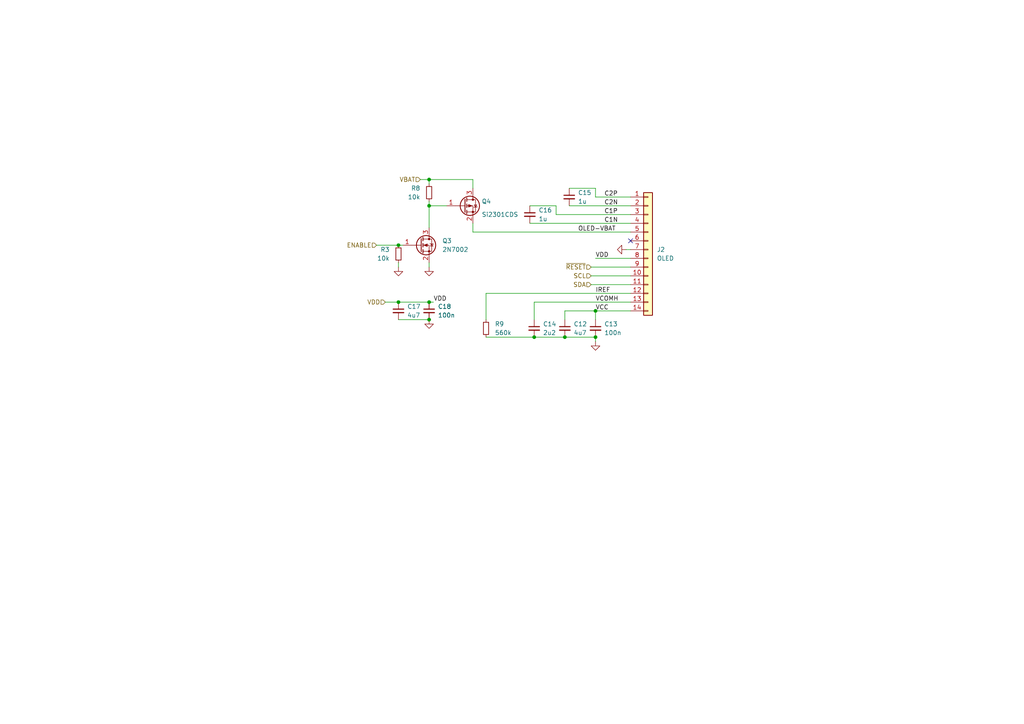
<source format=kicad_sch>
(kicad_sch (version 20230121) (generator eeschema)
  (paper "A4")
  (lib_symbols
    (symbol "Connector_Generic:Conn_01x14" (pin_names (offset 1.016) hide)
      (property "Reference" "J" (at 0 17.78 0))
      (property "Value" "Conn_01x14" (at 0 -20.32 0))
      (symbol "Conn_01x14_1_1"
        (rectangle (start -1.27 -17.653) (end 0 -17.907) (stroke (width 0.1524)))
        (rectangle (start -1.27 -15.113) (end 0 -15.367) (stroke (width 0.1524)))
        (rectangle (start -1.27 -12.573) (end 0 -12.827) (stroke (width 0.1524)))
        (rectangle (start -1.27 -10.033) (end 0 -10.287) (stroke (width 0.1524)))
        (rectangle (start -1.27 -7.493) (end 0 -7.747) (stroke (width 0.1524)))
        (rectangle (start -1.27 -4.953) (end 0 -5.207) (stroke (width 0.1524)))
        (rectangle (start -1.27 -2.413) (end 0 -2.667) (stroke (width 0.1524)))
        (rectangle (start -1.27 0.127) (end 0 -0.127) (stroke (width 0.1524)))
        (rectangle (start -1.27 2.667) (end 0 2.413) (stroke (width 0.1524)))
        (rectangle (start -1.27 5.207) (end 0 4.953) (stroke (width 0.1524)))
        (rectangle (start -1.27 7.747) (end 0 7.493) (stroke (width 0.1524)))
        (rectangle (start -1.27 10.287) (end 0 10.033) (stroke (width 0.1524)))
        (rectangle (start -1.27 12.827) (end 0 12.573) (stroke (width 0.1524)))
        (rectangle (start -1.27 15.367) (end 0 15.113) (stroke (width 0.1524)))
        (rectangle (start -1.27 16.51) (end 1.27 -19.05) (stroke (width 0.254)) (fill (type background)))
        (pin passive line (at -5.08 15.24 0) (length 3.81) (name "Pin_1") (number "1"))
        (pin passive line (at -5.08 -7.62 0) (length 3.81) (name "Pin_10") (number "10"))
        (pin passive line (at -5.08 -10.16 0) (length 3.81) (name "Pin_11") (number "11"))
        (pin passive line (at -5.08 -12.7 0) (length 3.81) (name "Pin_12") (number "12"))
        (pin passive line (at -5.08 -15.24 0) (length 3.81) (name "Pin_13") (number "13"))
        (pin passive line (at -5.08 -17.78 0) (length 3.81) (name "Pin_14") (number "14"))
        (pin passive line (at -5.08 12.7 0) (length 3.81) (name "Pin_2") (number "2"))
        (pin passive line (at -5.08 10.16 0) (length 3.81) (name "Pin_3") (number "3"))
        (pin passive line (at -5.08 7.62 0) (length 3.81) (name "Pin_4") (number "4"))
        (pin passive line (at -5.08 5.08 0) (length 3.81) (name "Pin_5") (number "5"))
        (pin passive line (at -5.08 2.54 0) (length 3.81) (name "Pin_6") (number "6"))
        (pin passive line (at -5.08 0 0) (length 3.81) (name "Pin_7") (number "7"))
        (pin passive line (at -5.08 -2.54 0) (length 3.81) (name "Pin_8") (number "8"))
        (pin passive line (at -5.08 -5.08 0) (length 3.81) (name "Pin_9") (number "9"))
      )
    )
    (symbol "Device:C_Small" (pin_numbers hide) (pin_names (offset 0.254) hide)
      (property "Reference" "C" (at 0.254 1.778 0))
      (property "Value" "C_Small" (at 0.254 -2.032 0))
      (symbol "C_Small_0_1"
        (polyline (pts (xy -1.524 -0.508) (xy 1.524 -0.508)) (stroke (width 0.3302)))
        (polyline (pts (xy -1.524 0.508) (xy 1.524 0.508)) (stroke (width 0.3048)))
      )
      (symbol "C_Small_1_1"
        (pin passive line (at 0 2.54 270) (length 2.032) (name "~") (number "1"))
        (pin passive line (at 0 -2.54 90) (length 2.032) (name "~") (number "2"))
      )
    )
    (symbol "Device:R_Small" (pin_numbers hide) (pin_names (offset 0.254) hide)
      (property "Reference" "R" (at 0.762 0.508 0))
      (property "Value" "R_Small" (at 0.762 -1.016 0))
      (symbol "R_Small_0_1"
        (rectangle (start -0.762 1.778) (end 0.762 -1.778) (stroke (width 0.2032)))
      )
      (symbol "R_Small_1_1"
        (pin passive line (at 0 2.54 270) (length 0.762) (name "~") (number "1"))
        (pin passive line (at 0 -2.54 90) (length 0.762) (name "~") (number "2"))
      )
    )
    (symbol "Transistor_FET:2N7002" (pin_names hide)
      (property "Reference" "Q" (at 5.08 1.905 0))
      (property "Value" "2N7002" (at 5.08 0 0))
      (symbol "2N7002_0_1"
        (polyline (pts (xy 0.254 0) (xy -2.54 0)))
        (polyline (pts (xy 0.254 1.905) (xy 0.254 -1.905)) (stroke (width 0.254)))
        (polyline (pts (xy 0.762 -1.27) (xy 0.762 -2.286)) (stroke (width 0.254)))
        (polyline (pts (xy 0.762 0.508) (xy 0.762 -0.508)) (stroke (width 0.254)))
        (polyline (pts (xy 0.762 2.286) (xy 0.762 1.27)) (stroke (width 0.254)))
        (polyline (pts (xy 2.54 2.54) (xy 2.54 1.778)))
        (polyline (pts (xy 2.54 -2.54) (xy 2.54 0) (xy 0.762 0)))
        (polyline (pts (xy 0.762 -1.778) (xy 3.302 -1.778) (xy 3.302 1.778) (xy 0.762 1.778)))
        (polyline (pts (xy 1.016 0) (xy 2.032 0.381) (xy 2.032 -0.381) (xy 1.016 0)) (fill (type outline)))
        (polyline (pts (xy 2.794 0.508) (xy 2.921 0.381) (xy 3.683 0.381) (xy 3.81 0.254)))
        (polyline (pts (xy 3.302 0.381) (xy 2.921 -0.254) (xy 3.683 -0.254) (xy 3.302 0.381)))
        (circle (center 1.651 0) (radius 2.794) (stroke (width 0.254)))
        (circle (center 2.54 -1.778) (radius 0.254) (fill (type outline)))
        (circle (center 2.54 1.778) (radius 0.254) (fill (type outline)))
      )
      (symbol "2N7002_1_1"
        (pin input line (at -5.08 0 0) (length 2.54) (name "G") (number "1"))
        (pin passive line (at 2.54 -5.08 90) (length 2.54) (name "S") (number "2"))
        (pin passive line (at 2.54 5.08 270) (length 2.54) (name "D") (number "3"))
      )
    )
    (symbol "Transistor_FET:Si2371EDS" (pin_names hide)
      (property "Reference" "Q" (at 5.08 1.905 0))
      (property "Value" "Si2371EDS" (at 5.08 0 0))
      (symbol "Si2371EDS_0_1"
        (polyline (pts (xy 0.254 0) (xy -2.54 0)))
        (polyline (pts (xy 0.254 1.905) (xy 0.254 -1.905)) (stroke (width 0.254)))
        (polyline (pts (xy 0.762 -1.27) (xy 0.762 -2.286)) (stroke (width 0.254)))
        (polyline (pts (xy 0.762 0.508) (xy 0.762 -0.508)) (stroke (width 0.254)))
        (polyline (pts (xy 0.762 2.286) (xy 0.762 1.27)) (stroke (width 0.254)))
        (polyline (pts (xy 2.54 2.54) (xy 2.54 1.778)))
        (polyline (pts (xy 2.54 -2.54) (xy 2.54 0) (xy 0.762 0)))
        (polyline (pts (xy 0.762 1.778) (xy 3.302 1.778) (xy 3.302 -1.778) (xy 0.762 -1.778)))
        (polyline (pts (xy 2.286 0) (xy 1.27 0.381) (xy 1.27 -0.381) (xy 2.286 0)) (fill (type outline)))
        (polyline (pts (xy 2.794 -0.508) (xy 2.921 -0.381) (xy 3.683 -0.381) (xy 3.81 -0.254)))
        (polyline (pts (xy 3.302 -0.381) (xy 2.921 0.254) (xy 3.683 0.254) (xy 3.302 -0.381)))
        (circle (center 1.651 0) (radius 2.794) (stroke (width 0.254)))
        (circle (center 2.54 -1.778) (radius 0.254) (fill (type outline)))
        (circle (center 2.54 1.778) (radius 0.254) (fill (type outline)))
      )
      (symbol "Si2371EDS_1_1"
        (pin input line (at -5.08 0 0) (length 2.54) (name "G") (number "1"))
        (pin passive line (at 2.54 -5.08 90) (length 2.54) (name "S") (number "2"))
        (pin passive line (at 2.54 5.08 270) (length 2.54) (name "D") (number "3"))
      )
    )
    (symbol "power:GND" (power) (pin_names (offset 0))
      (property "Value" "GND" (at 0 -3.81 0))
      (symbol "GND_0_1"
        (polyline (pts (xy 0 0) (xy 0 -1.27) (xy 1.27 -1.27) (xy 0 -2.54) (xy -1.27 -1.27) (xy 0 -1.27)))
      )
      (symbol "GND_1_1"
        (pin power_in line (at 0 0 270) (length 0) hide (name "GND") (number "1"))
      )
    )
  )
  (junction (at 124.46 52.07))
  (junction (at 124.46 92.71))
  (junction (at 115.57 87.63))
  (junction (at 154.94 97.79))
  (junction (at 124.46 87.63))
  (junction (at 115.57 71.12))
  (junction (at 172.72 97.79))
  (junction (at 124.46 59.69))
  (junction (at 163.83 97.79))
  (junction (at 172.72 90.17))
  (no_connect (at 182.88 69.85))
  (wire (pts (xy 124.46 52.07) (xy 124.46 53.34)))
  (wire (pts (xy 121.92 52.07) (xy 124.46 52.07)))
  (wire (pts (xy 172.72 92.71) (xy 172.72 90.17)))
  (wire (pts (xy 137.16 67.31) (xy 182.88 67.31)))
  (wire (pts (xy 154.94 97.79) (xy 163.83 97.79)))
  (wire (pts (xy 124.46 76.2) (xy 124.46 77.47)))
  (wire (pts (xy 172.72 74.93) (xy 182.88 74.93)))
  (wire (pts (xy 124.46 59.69) (xy 129.54 59.69)))
  (wire (pts (xy 124.46 59.69) (xy 124.46 66.04)))
  (wire (pts (xy 171.45 82.55) (xy 182.88 82.55)))
  (wire (pts (xy 140.97 85.09) (xy 140.97 92.71)))
  (wire (pts (xy 163.83 97.79) (xy 172.72 97.79)))
  (wire (pts (xy 181.61 72.39) (xy 182.88 72.39)))
  (wire (pts (xy 165.1 59.69) (xy 182.88 59.69)))
  (wire (pts (xy 182.88 57.15) (xy 172.72 57.15)))
  (wire (pts (xy 115.57 71.12) (xy 116.84 71.12)))
  (wire (pts (xy 124.46 87.63) (xy 115.57 87.63)))
  (wire (pts (xy 140.97 85.09) (xy 182.88 85.09)))
  (wire (pts (xy 171.45 80.01) (xy 182.88 80.01)))
  (wire (pts (xy 124.46 52.07) (xy 137.16 52.07)))
  (wire (pts (xy 161.29 59.69) (xy 161.29 62.23)))
  (wire (pts (xy 153.67 64.77) (xy 182.88 64.77)))
  (wire (pts (xy 163.83 92.71) (xy 163.83 90.17)))
  (wire (pts (xy 163.83 90.17) (xy 172.72 90.17)))
  (wire (pts (xy 172.72 97.79) (xy 172.72 99.06)))
  (wire (pts (xy 153.67 59.69) (xy 161.29 59.69)))
  (wire (pts (xy 124.46 59.69) (xy 124.46 58.42)))
  (wire (pts (xy 140.97 97.79) (xy 154.94 97.79)))
  (wire (pts (xy 165.1 54.61) (xy 172.72 54.61)))
  (wire (pts (xy 154.94 87.63) (xy 154.94 92.71)))
  (wire (pts (xy 115.57 76.2) (xy 115.57 77.47)))
  (wire (pts (xy 172.72 57.15) (xy 172.72 54.61)))
  (wire (pts (xy 115.57 87.63) (xy 111.76 87.63)))
  (wire (pts (xy 171.45 77.47) (xy 182.88 77.47)))
  (wire (pts (xy 109.22 71.12) (xy 115.57 71.12)))
  (wire (pts (xy 137.16 52.07) (xy 137.16 54.61)))
  (wire (pts (xy 125.73 87.63) (xy 124.46 87.63)))
  (wire (pts (xy 115.57 92.71) (xy 124.46 92.71)))
  (wire (pts (xy 161.29 62.23) (xy 182.88 62.23)))
  (wire (pts (xy 154.94 87.63) (xy 182.88 87.63)))
  (wire (pts (xy 172.72 90.17) (xy 182.88 90.17)))
  (wire (pts (xy 137.16 64.77) (xy 137.16 67.31)))
  (label "VDD" (at 125.73 87.63 0))
  (label "C1P" (at 175.26 62.23 0))
  (label "C1N" (at 175.26 64.77 0))
  (label "VCC" (at 172.72 90.17 0))
  (label "VCOMH" (at 172.72 87.63 0))
  (label "C2P" (at 175.26 57.15 0))
  (label "C2N" (at 175.26 59.69 0))
  (label "OLED-VBAT" (at 167.64 67.31 0))
  (label "IREF" (at 172.72 85.09 0))
  (label "VDD" (at 172.72 74.93 0))
  (hierarchical_label "SDA" (shape input) (at 171.45 82.55 180))
  (hierarchical_label "SCL" (shape input) (at 171.45 80.01 180))
  (hierarchical_label "VBAT" (shape input) (at 121.92 52.07 180))
  (hierarchical_label "ENABLE" (shape input) (at 109.22 71.12 180))
  (hierarchical_label "~{RESET}" (shape input) (at 171.45 77.47 180))
  (hierarchical_label "VDD" (shape input) (at 111.76 87.63 180))
  (symbol (lib_id "power:GND") (at 115.57 77.47 0) (unit 1)
    (property "Reference" "#PWR021" (effects hide))
    (property "Value" "GND" (effects hide))
    (instances (project "pcb" (path "" (reference "#PWR021") (unit 1)) (path "" (reference "#PWR020") (unit 1)) (path "" (reference "#PWR021") (unit 1))))
  )
  (symbol (lib_id "Device:C_Small") (at 153.67 62.23 0) (unit 1)
    (property "Reference" "C16" (at 156.21 60.9663 0) (effects (justify left)))
    (property "Value" "1u" (at 156.21 63.5063 0) (effects (justify left)))
    (property "Footprint" "Capacitor_SMD:C_0402_1005Metric" (effects hide))
    (property "LCSC" "C52923" (effects hide))
    (instances (project "pcb" (path "" (reference "C16") (unit 1)) (path "" (reference "C14") (unit 1))))
  )
  (symbol (lib_id "Device:C_Small") (at 165.1 57.15 0) (unit 1)
    (property "Reference" "C15" (at 167.64 55.8863 0) (effects (justify left)))
    (property "Value" "1u" (at 167.64 58.4263 0) (effects (justify left)))
    (property "Footprint" "Capacitor_SMD:C_0402_1005Metric" (effects hide))
    (property "LCSC" "C52923" (effects hide))
    (instances (project "pcb" (path "" (reference "C15") (unit 1)) (path "" (reference "C17") (unit 1))))
  )
  (symbol (lib_id "Device:C_Small") (at 154.94 95.25 0) (unit 1)
    (property "Reference" "C14" (at 157.48 93.9863 0) (effects (justify left)))
    (property "Value" "2u2" (at 157.48 96.5263 0) (effects (justify left)))
    (property "Footprint" "Capacitor_SMD:C_0402_1005Metric" (effects hide))
    (property "LCSC" "C12530" (effects hide))
    (instances (project "pcb" (path "" (reference "C14") (unit 1)) (path "" (reference "C15") (unit 1))))
  )
  (symbol (lib_id "Device:R_Small") (at 124.46 55.88 0) (unit 1)
    (property "Reference" "R8" (at 121.92 54.61 0) (effects (justify right)))
    (property "Value" "10k" (at 121.92 57.15 0) (effects (justify right)))
    (property "Footprint" "Resistor_SMD:R_0402_1005Metric" (effects hide))
    (property "LCSC" "C25086" (effects hide))
    (instances (project "pcb" (path "" (reference "R8") (unit 1)) (path "" (reference "R2") (unit 1)) (path "" (reference "R8") (unit 1))))
  )
  (symbol (lib_id "power:GND") (at 172.72 99.06 0) (unit 1)
    (property "Reference" "#PWR023" (effects hide))
    (property "Value" "GND" (effects hide))
    (instances (project "pcb" (path "" (reference "#PWR023") (unit 1)) (path "" (reference "#PWR05") (unit 1)) (path "" (reference "#PWR024") (unit 1))))
  )
  (symbol (lib_id "Device:C_Small") (at 115.57 90.17 0) (unit 1)
    (property "Reference" "C17" (at 118.11 88.9063 0) (effects (justify left)))
    (property "Value" "4u7" (at 118.11 91.4463 0) (effects (justify left)))
    (property "Footprint" "Capacitor_SMD:C_0402_1005Metric" (effects hide))
    (property "LCSC" "C23733" (effects hide))
    (instances (project "pcb" (path "" (reference "C17") (unit 1)) (path "" (reference "C12") (unit 1))))
  )
  (symbol (lib_id "Device:R_Small") (at 140.97 95.25 0) (unit 1)
    (property "Reference" "R9" (at 143.51 93.98 0) (effects (justify left)))
    (property "Value" "560k" (at 143.51 96.52 0) (effects (justify left)))
    (property "Footprint" "Resistor_SMD:R_0402_1005Metric" (effects hide))
    (property "LCSC" "C912013" (effects hide))
  )
  (symbol (lib_id "power:GND") (at 181.61 72.39 270) (unit 1)
    (property "Reference" "#PWR024" (effects hide))
    (property "Value" "GND" (effects hide))
    (instances (project "pcb" (path "" (reference "#PWR024") (unit 1)) (path "" (reference "#PWR025") (unit 1))))
  )
  (symbol (lib_id "Connector_Generic:Conn_01x14") (at 187.96 72.39 0) (unit 1)
    (property "Reference" "J2" (at 190.5 72.39 0) (effects (justify left)))
    (property "Value" "OLED" (at 190.5 74.93 0) (effects (justify left)))
    (property "Footprint" "OLED_FFC:FPC_14" (effects hide))
  )
  (symbol (lib_id "Device:C_Small") (at 172.72 95.25 0) (unit 1)
    (property "Reference" "C13" (at 175.26 93.9863 0) (effects (justify left)))
    (property "Value" "100n" (at 175.26 96.5263 0) (effects (justify left)))
    (property "Footprint" "Capacitor_SMD:C_0402_1005Metric" (effects hide))
    (property "LCSC" "C1525" (effects hide))
    (instances (project "pcb" (path "" (reference "C13") (unit 1)) (path "" (reference "C18") (unit 1))))
  )
  (symbol (lib_id "Device:C_Small") (at 163.83 95.25 0) (unit 1)
    (property "Reference" "C12" (at 166.37 93.9863 0) (effects (justify left)))
    (property "Value" "4u7" (at 166.37 96.5263 0) (effects (justify left)))
    (property "Footprint" "Capacitor_SMD:C_0402_1005Metric" (effects hide))
    (property "LCSC" "C23733" (effects hide))
    (instances (project "pcb" (path "" (reference "C12") (unit 1)) (path "" (reference "C16") (unit 1))))
  )
  (symbol (lib_id "Device:C_Small") (at 124.46 90.17 0) (unit 1)
    (property "Reference" "C18" (at 127 88.9063 0) (effects (justify left)))
    (property "Value" "100n" (at 127 91.4463 0) (effects (justify left)))
    (property "Footprint" "Capacitor_SMD:C_0402_1005Metric" (effects hide))
    (property "LCSC" "C1525" (effects hide))
    (instances (project "pcb" (path "" (reference "C18") (unit 1)) (path "" (reference "C13") (unit 1))))
  )
  (symbol (lib_id "Transistor_FET:2N7002") (at 121.92 71.12 0) (unit 1)
    (property "Reference" "Q3" (at 128.27 69.85 0) (effects (justify left)))
    (property "Value" "2N7002" (at 128.27 72.39 0) (effects (justify left)))
    (property "Footprint" "Package_TO_SOT_SMD:SOT-23" (effects hide))
    (property "Datasheet" "https://www.onsemi.com/pub/Collateral/NDS7002A-D.PDF" (effects hide))
    (property "LCSC" "C8545" (effects hide))
    (instances (project "pcb" (path "" (reference "Q3") (unit 1)) (path "" (reference "Q1") (unit 1)) (path "" (reference "Q3") (unit 1))))
  )
  (symbol (lib_id "power:GND") (at 124.46 92.71 0) (unit 1)
    (property "Reference" "#PWR025" (effects hide))
    (property "Value" "GND" (effects hide))
    (instances (project "pcb" (path "" (reference "#PWR025") (unit 1)) (path "" (reference "#PWR05") (unit 1)) (path "" (reference "#PWR023") (unit 1))))
  )
  (symbol (lib_id "power:GND") (at 124.46 77.47 0) (unit 1)
    (property "Reference" "#PWR022" (effects hide))
    (property "Value" "GND" (effects hide))
    (instances (project "pcb" (path "" (reference "#PWR022") (unit 1)) (path "" (reference "#PWR05") (unit 1)) (path "" (reference "#PWR022") (unit 1))))
  )
  (symbol (lib_id "Transistor_FET:Si2371EDS") (at 134.62 59.69 0) (unit 1)
    (property "Reference" "Q4" (at 139.7 58.42 0) (effects (justify left)))
    (property "Value" "Si2301CDS" (at 139.7 62.23 0) (effects (justify left)))
    (property "Footprint" "Package_TO_SOT_SMD:SOT-23" (effects hide))
    (property "Datasheet" "http://www.vishay.com/docs/63924/si2371eds.pdf" (effects hide))
    (property "LCSC" "C10487" (effects hide))
    (instances (project "pcb" (path "" (reference "Q4") (unit 1)) (path "" (reference "Q2") (unit 1)) (path "" (reference "Q4") (unit 1))))
  )
  (symbol (lib_id "Device:R_Small") (at 115.57 73.66 0) (unit 1)
    (property "Reference" "R3" (at 113.03 72.39 0) (effects (justify right)))
    (property "Value" "10k" (at 113.03 74.93 0) (effects (justify right)))
    (property "Footprint" "Resistor_SMD:R_0402_1005Metric" (effects hide))
    (property "LCSC" "C25086" (effects hide))
    (instances (project "pcb" (path "" (reference "R3") (unit 1)) (path "" (reference "R1") (unit 1)) (path "" (reference "R3") (unit 1))))
  )
)
</source>
